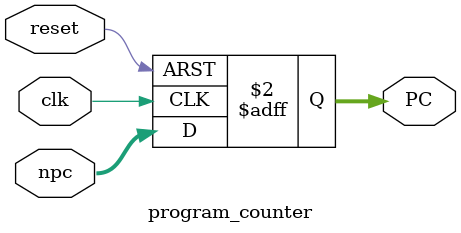
<source format=v>
module program_counter(
    input clk,
    input reset, // Add reset signal
    output reg [31:0] PC,
    input [31:0] npc
);

    always @(posedge clk or posedge reset) begin
        if (reset)
            PC <= 32'h00000000; // Initialize PC to 0 on reset
        else
            PC <= npc; // Update PC on clock edge
    end

endmodule
</source>
